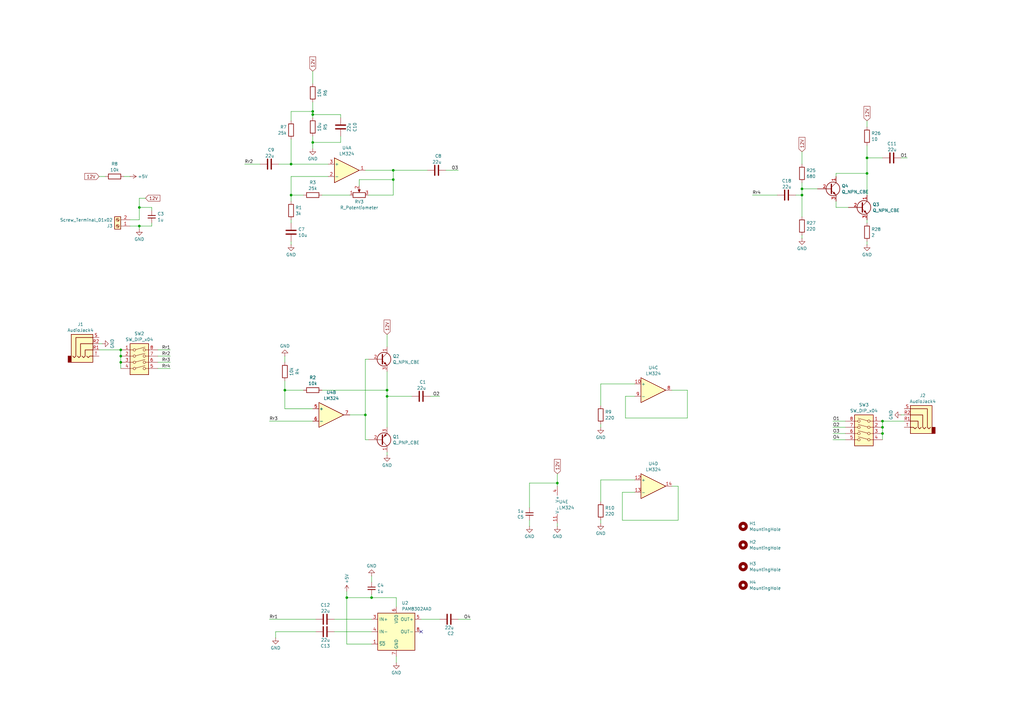
<source format=kicad_sch>
(kicad_sch (version 20231120) (generator "eeschema") (generator_version "8.0")
  (paper "A3")
  (lib_symbols
    (symbol "Amplifier_Audio:PAM8302AAD"
      (property "Reference" "U" (at 7.62 11.43 0))
      (property "Value" "PAM8302AAD" (at 7.62 8.89 0))
      (symbol "PAM8302AAD_0_1"
        (rectangle (start -7.62 7.62) (end 7.62 -7.62) (stroke (width 0.254)) (fill (type background)))
      )
      (symbol "PAM8302AAD_1_1"
        (pin input line (at -10.16 -5.08 0) (length 2.54) (name "~{SD}") (number "1"))
        (pin no_connect line (at 7.62 -5.08 180) (length 2.54) hide (name "NC") (number "2"))
        (pin input line (at -10.16 5.08 0) (length 2.54) (name "IN+") (number "3"))
        (pin input line (at -10.16 0 0) (length 2.54) (name "IN-") (number "4"))
        (pin output line (at 10.16 5.08 180) (length 2.54) (name "OUT+") (number "5"))
        (pin power_in line (at 0 10.16 270) (length 2.54) (name "VDD") (number "6"))
        (pin power_in line (at 0 -10.16 90) (length 2.54) (name "GND") (number "7"))
        (pin output line (at 10.16 0 180) (length 2.54) (name "OUT-") (number "8"))
      )
    )
    (symbol "Amplifier_Operational:LM324" (pin_names (offset 0.127))
      (property "Reference" "U" (at 0 5.08 0))
      (property "Value" "LM324" (at 0 -5.08 0))
      (symbol "LM324_1_1"
        (polyline (pts (xy -5.08 5.08) (xy 5.08 0) (xy -5.08 -5.08) (xy -5.08 5.08)) (stroke (width 0.254)) (fill (type background)))
        (pin output line (at 7.62 0 180) (length 2.54) (name "~") (number "1"))
        (pin input line (at -7.62 -2.54 0) (length 2.54) (name "-") (number "2"))
        (pin input line (at -7.62 2.54 0) (length 2.54) (name "+") (number "3"))
      )
      (symbol "LM324_2_1"
        (polyline (pts (xy -5.08 5.08) (xy 5.08 0) (xy -5.08 -5.08) (xy -5.08 5.08)) (stroke (width 0.254)) (fill (type background)))
        (pin input line (at -7.62 2.54 0) (length 2.54) (name "+") (number "5"))
        (pin input line (at -7.62 -2.54 0) (length 2.54) (name "-") (number "6"))
        (pin output line (at 7.62 0 180) (length 2.54) (name "~") (number "7"))
      )
      (symbol "LM324_3_1"
        (polyline (pts (xy -5.08 5.08) (xy 5.08 0) (xy -5.08 -5.08) (xy -5.08 5.08)) (stroke (width 0.254)) (fill (type background)))
        (pin input line (at -7.62 2.54 0) (length 2.54) (name "+") (number "10"))
        (pin output line (at 7.62 0 180) (length 2.54) (name "~") (number "8"))
        (pin input line (at -7.62 -2.54 0) (length 2.54) (name "-") (number "9"))
      )
      (symbol "LM324_4_1"
        (polyline (pts (xy -5.08 5.08) (xy 5.08 0) (xy -5.08 -5.08) (xy -5.08 5.08)) (stroke (width 0.254)) (fill (type background)))
        (pin input line (at -7.62 2.54 0) (length 2.54) (name "+") (number "12"))
        (pin input line (at -7.62 -2.54 0) (length 2.54) (name "-") (number "13"))
        (pin output line (at 7.62 0 180) (length 2.54) (name "~") (number "14"))
      )
      (symbol "LM324_5_1"
        (pin power_in line (at -2.54 -7.62 90) (length 3.81) (name "V-") (number "11"))
        (pin power_in line (at -2.54 7.62 270) (length 3.81) (name "V+") (number "4"))
      )
    )
    (symbol "Connector:Screw_Terminal_01x02" (pin_names (offset 1.016) hide)
      (property "Reference" "J" (at 0 2.54 0))
      (property "Value" "Screw_Terminal_01x02" (at 0 -5.08 0))
      (symbol "Screw_Terminal_01x02_1_1"
        (rectangle (start -1.27 1.27) (end 1.27 -3.81) (stroke (width 0.254)) (fill (type background)))
        (circle (center 0 -2.54) (radius 0.635) (stroke (width 0.1524)))
        (polyline (pts (xy -0.5334 -2.2098) (xy 0.3302 -3.048)) (stroke (width 0.1524)))
        (polyline (pts (xy -0.5334 0.3302) (xy 0.3302 -0.508)) (stroke (width 0.1524)))
        (polyline (pts (xy -0.3556 -2.032) (xy 0.508 -2.8702)) (stroke (width 0.1524)))
        (polyline (pts (xy -0.3556 0.508) (xy 0.508 -0.3302)) (stroke (width 0.1524)))
        (circle (center 0 0) (radius 0.635) (stroke (width 0.1524)))
        (pin passive line (at -5.08 0 0) (length 3.81) (name "Pin_1") (number "1"))
        (pin passive line (at -5.08 -2.54 0) (length 3.81) (name "Pin_2") (number "2"))
      )
    )
    (symbol "Connector_Audio:AudioJack4"
      (property "Reference" "J" (at 0 8.89 0))
      (property "Value" "AudioJack4" (at 0 6.35 0))
      (symbol "AudioJack4_0_1"
        (rectangle (start -6.35 -5.08) (end -7.62 -7.62) (stroke (width 0.254)) (fill (type outline)))
        (polyline (pts (xy 0 -5.08) (xy 0.635 -5.715) (xy 1.27 -5.08) (xy 2.54 -5.08)) (stroke (width 0.254)))
        (polyline (pts (xy -5.715 -5.08) (xy -5.08 -5.715) (xy -4.445 -5.08) (xy -4.445 2.54) (xy 2.54 2.54)) (stroke (width 0.254)))
        (polyline (pts (xy -1.905 -5.08) (xy -1.27 -5.715) (xy -0.635 -5.08) (xy -0.635 -2.54) (xy 2.54 -2.54)) (stroke (width 0.254)))
        (polyline (pts (xy 2.54 0) (xy -2.54 0) (xy -2.54 -5.08) (xy -3.175 -5.715) (xy -3.81 -5.08)) (stroke (width 0.254)))
        (rectangle (start 2.54 3.81) (end -6.35 -7.62) (stroke (width 0.254)) (fill (type background)))
      )
      (symbol "AudioJack4_1_1"
        (pin passive line (at 5.08 -2.54 180) (length 2.54) (name "~") (number "R1"))
        (pin passive line (at 5.08 0 180) (length 2.54) (name "~") (number "R2"))
        (pin passive line (at 5.08 2.54 180) (length 2.54) (name "~") (number "S"))
        (pin passive line (at 5.08 -5.08 180) (length 2.54) (name "~") (number "T"))
      )
    )
    (symbol "Device:C" (pin_numbers hide) (pin_names (offset 0.254))
      (property "Reference" "C" (at 0.635 2.54 0))
      (property "Value" "C" (at 0.635 -2.54 0))
      (symbol "C_0_1"
        (polyline (pts (xy -2.032 -0.762) (xy 2.032 -0.762)) (stroke (width 0.508)))
        (polyline (pts (xy -2.032 0.762) (xy 2.032 0.762)) (stroke (width 0.508)))
      )
      (symbol "C_1_1"
        (pin passive line (at 0 3.81 270) (length 2.794) (name "~") (number "1"))
        (pin passive line (at 0 -3.81 90) (length 2.794) (name "~") (number "2"))
      )
    )
    (symbol "Device:C_Small" (pin_numbers hide) (pin_names (offset 0.254) hide)
      (property "Reference" "C" (at 0.254 1.778 0))
      (property "Value" "C_Small" (at 0.254 -2.032 0))
      (symbol "C_Small_0_1"
        (polyline (pts (xy -1.524 -0.508) (xy 1.524 -0.508)) (stroke (width 0.3302)))
        (polyline (pts (xy -1.524 0.508) (xy 1.524 0.508)) (stroke (width 0.3048)))
      )
      (symbol "C_Small_1_1"
        (pin passive line (at 0 2.54 270) (length 2.032) (name "~") (number "1"))
        (pin passive line (at 0 -2.54 90) (length 2.032) (name "~") (number "2"))
      )
    )
    (symbol "Device:Q_NPN_CBE" (pin_names (offset 0) hide)
      (property "Reference" "Q" (at 5.08 1.27 0))
      (property "Value" "Q_NPN_CBE" (at 5.08 -1.27 0))
      (symbol "Q_NPN_CBE_0_1"
        (polyline (pts (xy 0.635 0.635) (xy 2.54 2.54)))
        (polyline (pts (xy 0.635 -0.635) (xy 2.54 -2.54) (xy 2.54 -2.54)))
        (polyline (pts (xy 0.635 1.905) (xy 0.635 -1.905) (xy 0.635 -1.905)) (stroke (width 0.508)))
        (polyline (pts (xy 1.27 -1.778) (xy 1.778 -1.27) (xy 2.286 -2.286) (xy 1.27 -1.778) (xy 1.27 -1.778)) (fill (type outline)))
        (circle (center 1.27 0) (radius 2.8194) (stroke (width 0.254)))
      )
      (symbol "Q_NPN_CBE_1_1"
        (pin passive line (at 2.54 5.08 270) (length 2.54) (name "C") (number "1"))
        (pin input line (at -5.08 0 0) (length 5.715) (name "B") (number "2"))
        (pin passive line (at 2.54 -5.08 90) (length 2.54) (name "E") (number "3"))
      )
    )
    (symbol "Device:Q_PNP_CBE" (pin_names (offset 0) hide)
      (property "Reference" "Q" (at 5.08 1.27 0))
      (property "Value" "Q_PNP_CBE" (at 5.08 -1.27 0))
      (symbol "Q_PNP_CBE_0_1"
        (polyline (pts (xy 0.635 0.635) (xy 2.54 2.54)))
        (polyline (pts (xy 0.635 -0.635) (xy 2.54 -2.54) (xy 2.54 -2.54)))
        (polyline (pts (xy 0.635 1.905) (xy 0.635 -1.905) (xy 0.635 -1.905)) (stroke (width 0.508)))
        (polyline (pts (xy 2.286 -1.778) (xy 1.778 -2.286) (xy 1.27 -1.27) (xy 2.286 -1.778) (xy 2.286 -1.778)) (fill (type outline)))
        (circle (center 1.27 0) (radius 2.8194) (stroke (width 0.254)))
      )
      (symbol "Q_PNP_CBE_1_1"
        (pin passive line (at 2.54 5.08 270) (length 2.54) (name "C") (number "1"))
        (pin input line (at -5.08 0 0) (length 5.715) (name "B") (number "2"))
        (pin passive line (at 2.54 -5.08 90) (length 2.54) (name "E") (number "3"))
      )
    )
    (symbol "Device:R" (pin_numbers hide) (pin_names (offset 0))
      (property "Reference" "R" (at 2.032 0 90))
      (property "Value" "R" (at 0 0 90))
      (symbol "R_0_1"
        (rectangle (start -1.016 -2.54) (end 1.016 2.54) (stroke (width 0.254)))
      )
      (symbol "R_1_1"
        (pin passive line (at 0 3.81 270) (length 1.27) (name "~") (number "1"))
        (pin passive line (at 0 -3.81 90) (length 1.27) (name "~") (number "2"))
      )
    )
    (symbol "Device:R_Potentiometer" (pin_names (offset 1.016) hide)
      (property "Reference" "RV" (at -4.445 0 90))
      (property "Value" "R_Potentiometer" (at -2.54 0 90))
      (symbol "R_Potentiometer_0_1"
        (polyline (pts (xy 2.54 0) (xy 1.524 0)))
        (polyline (pts (xy 1.143 0) (xy 2.286 0.508) (xy 2.286 -0.508) (xy 1.143 0)) (fill (type outline)))
        (rectangle (start 1.016 2.54) (end -1.016 -2.54) (stroke (width 0.254)))
      )
      (symbol "R_Potentiometer_1_1"
        (pin passive line (at 0 3.81 270) (length 1.27) (name "1") (number "1"))
        (pin passive line (at 3.81 0 180) (length 1.27) (name "2") (number "2"))
        (pin passive line (at 0 -3.81 90) (length 1.27) (name "3") (number "3"))
      )
    )
    (symbol "Mechanical:MountingHole" (pin_names (offset 1.016)) (exclude_from_sim yes) (in_bom no)
      (property "Reference" "H" (at 0 5.08 0))
      (property "Value" "MountingHole" (at 0 3.175 0))
      (symbol "MountingHole_0_1"
        (circle (center 0 0) (radius 1.27) (stroke (width 1.27)))
      )
    )
    (symbol "Switch:SW_DIP_x04" (pin_names (offset 0) hide)
      (property "Reference" "SW" (at 0 8.89 0))
      (property "Value" "SW_DIP_x04" (at 0 -6.35 0))
      (symbol "SW_DIP_x04_0_0"
        (circle (center -2.032 -2.54) (radius 0.508))
        (circle (center -2.032 0) (radius 0.508))
        (circle (center -2.032 2.54) (radius 0.508))
        (circle (center -2.032 5.08) (radius 0.508))
        (polyline (pts (xy -1.524 -2.3876) (xy 2.3622 -1.3462)))
        (polyline (pts (xy -1.524 0.127) (xy 2.3622 1.1684)))
        (polyline (pts (xy -1.524 2.667) (xy 2.3622 3.7084)))
        (polyline (pts (xy -1.524 5.207) (xy 2.3622 6.2484)))
        (circle (center 2.032 -2.54) (radius 0.508))
        (circle (center 2.032 0) (radius 0.508))
        (circle (center 2.032 2.54) (radius 0.508))
        (circle (center 2.032 5.08) (radius 0.508))
      )
      (symbol "SW_DIP_x04_0_1"
        (rectangle (start -3.81 7.62) (end 3.81 -5.08) (stroke (width 0.254)) (fill (type background)))
      )
      (symbol "SW_DIP_x04_1_1"
        (pin passive line (at -7.62 5.08 0) (length 5.08) (name "~") (number "1"))
        (pin passive line (at -7.62 2.54 0) (length 5.08) (name "~") (number "2"))
        (pin passive line (at -7.62 0 0) (length 5.08) (name "~") (number "3"))
        (pin passive line (at -7.62 -2.54 0) (length 5.08) (name "~") (number "4"))
        (pin passive line (at 7.62 -2.54 180) (length 5.08) (name "~") (number "5"))
        (pin passive line (at 7.62 0 180) (length 5.08) (name "~") (number "6"))
        (pin passive line (at 7.62 2.54 180) (length 5.08) (name "~") (number "7"))
        (pin passive line (at 7.62 5.08 180) (length 5.08) (name "~") (number "8"))
      )
    )
    (symbol "power:+5V" (power) (pin_numbers hide) (pin_names (offset 0) hide)
      (property "Value" "+5V" (at 0 3.556 0))
      (symbol "+5V_0_1"
        (polyline (pts (xy -0.762 1.27) (xy 0 2.54)))
        (polyline (pts (xy 0 0) (xy 0 2.54)))
        (polyline (pts (xy 0 2.54) (xy 0.762 1.27)))
      )
      (symbol "+5V_1_1"
        (pin power_in line (at 0 0 90) (length 0) (name "~") (number "1"))
      )
    )
    (symbol "power:GND" (power) (pin_numbers hide) (pin_names (offset 0) hide)
      (property "Value" "GND" (at 0 -3.81 0))
      (symbol "GND_0_1"
        (polyline (pts (xy 0 0) (xy 0 -1.27) (xy 1.27 -1.27) (xy 0 -2.54) (xy -1.27 -1.27) (xy 0 -1.27)))
      )
      (symbol "GND_1_1"
        (pin power_in line (at 0 0 270) (length 0) (name "~") (number "1"))
      )
    )
  )
  (junction (at 49.53 143.51))
  (junction (at 57.15 85.09))
  (junction (at 328.93 80.01))
  (junction (at 328.93 77.47))
  (junction (at 355.6 71.12))
  (junction (at 119.38 80.01))
  (junction (at 361.95 172.72))
  (junction (at 161.29 69.85))
  (junction (at 228.6 198.12))
  (junction (at 49.53 148.59))
  (junction (at 128.27 45.72))
  (junction (at 57.15 92.71))
  (junction (at 361.95 177.8))
  (junction (at 128.27 46.99))
  (junction (at 142.24 245.11))
  (junction (at 49.53 146.05))
  (junction (at 116.84 160.02))
  (junction (at 161.29 73.66))
  (junction (at 119.38 67.31))
  (junction (at 355.6 64.77))
  (junction (at 152.4 245.11))
  (junction (at 361.95 175.26))
  (junction (at 158.75 162.56))
  (junction (at 149.86 170.18))
  (junction (at 128.27 58.42))
  (junction (at 158.75 160.02))
  (no_connect (at 172.72 259.08))
  (wire (pts (xy 152.4 264.16) (xy 142.24 264.16)))
  (wire (pts (xy 342.9 85.09) (xy 347.98 85.09)))
  (wire (pts (xy 149.86 180.34) (xy 149.86 170.18)))
  (wire (pts (xy 361.95 172.72) (xy 370.84 172.72)))
  (wire (pts (xy 158.75 160.02) (xy 158.75 162.56)))
  (wire (pts (xy 116.84 167.64) (xy 116.84 160.02)))
  (wire (pts (xy 149.86 147.32) (xy 151.13 147.32)))
  (wire (pts (xy 59.69 81.28) (xy 57.15 81.28)))
  (wire (pts (xy 128.27 46.99) (xy 128.27 48.26)))
  (wire (pts (xy 180.34 162.56) (xy 176.53 162.56)))
  (wire (pts (xy 328.93 96.52) (xy 328.93 97.79)))
  (wire (pts (xy 278.13 199.39) (xy 275.59 199.39)))
  (wire (pts (xy 161.29 73.66) (xy 161.29 80.01)))
  (wire (pts (xy 246.38 157.48) (xy 246.38 166.37)))
  (wire (pts (xy 260.35 201.93) (xy 255.27 201.93)))
  (wire (pts (xy 256.54 171.45) (xy 281.94 171.45)))
  (wire (pts (xy 132.08 80.01) (xy 143.51 80.01)))
  (wire (pts (xy 113.03 259.08) (xy 129.54 259.08)))
  (wire (pts (xy 187.96 254) (xy 193.04 254)))
  (wire (pts (xy 187.96 69.85) (xy 182.88 69.85)))
  (wire (pts (xy 128.27 55.88) (xy 128.27 58.42)))
  (wire (pts (xy 53.34 72.39) (xy 50.8 72.39)))
  (wire (pts (xy 326.39 80.01) (xy 328.93 80.01)))
  (wire (pts (xy 100.33 67.31) (xy 106.68 67.31)))
  (wire (pts (xy 142.24 264.16) (xy 142.24 245.11)))
  (wire (pts (xy 40.64 140.97) (xy 41.91 140.97)))
  (wire (pts (xy 246.38 157.48) (xy 260.35 157.48)))
  (wire (pts (xy 110.49 254) (xy 129.54 254)))
  (wire (pts (xy 128.27 46.99) (xy 139.7 46.99)))
  (wire (pts (xy 128.27 58.42) (xy 139.7 58.42)))
  (wire (pts (xy 119.38 45.72) (xy 128.27 45.72)))
  (wire (pts (xy 246.38 196.85) (xy 246.38 205.74)))
  (wire (pts (xy 161.29 69.85) (xy 149.86 69.85)))
  (wire (pts (xy 119.38 67.31) (xy 119.38 57.15)))
  (wire (pts (xy 40.64 72.39) (xy 43.18 72.39)))
  (wire (pts (xy 142.24 242.57) (xy 142.24 245.11)))
  (wire (pts (xy 355.6 49.53) (xy 355.6 52.07)))
  (wire (pts (xy 57.15 92.71) (xy 53.34 92.71)))
  (wire (pts (xy 260.35 162.56) (xy 256.54 162.56)))
  (wire (pts (xy 342.9 82.55) (xy 342.9 85.09)))
  (wire (pts (xy 346.71 172.72) (xy 341.63 172.72)))
  (wire (pts (xy 328.93 74.93) (xy 328.93 77.47)))
  (wire (pts (xy 168.91 162.56) (xy 158.75 162.56)))
  (wire (pts (xy 246.38 196.85) (xy 260.35 196.85)))
  (wire (pts (xy 57.15 81.28) (xy 57.15 85.09)))
  (wire (pts (xy 228.6 194.31) (xy 228.6 198.12)))
  (wire (pts (xy 119.38 72.39) (xy 119.38 80.01)))
  (wire (pts (xy 355.6 99.06) (xy 355.6 100.33)))
  (wire (pts (xy 217.17 198.12) (xy 228.6 198.12)))
  (wire (pts (xy 119.38 80.01) (xy 119.38 82.55)))
  (wire (pts (xy 158.75 160.02) (xy 132.08 160.02)))
  (wire (pts (xy 346.71 180.34) (xy 341.63 180.34)))
  (wire (pts (xy 114.3 67.31) (xy 119.38 67.31)))
  (wire (pts (xy 139.7 46.99) (xy 139.7 48.26)))
  (wire (pts (xy 255.27 201.93) (xy 255.27 213.36)))
  (wire (pts (xy 119.38 80.01) (xy 124.46 80.01)))
  (wire (pts (xy 119.38 67.31) (xy 134.62 67.31)))
  (wire (pts (xy 137.16 259.08) (xy 152.4 259.08)))
  (wire (pts (xy 308.61 80.01) (xy 318.77 80.01)))
  (wire (pts (xy 57.15 90.17) (xy 53.34 90.17)))
  (wire (pts (xy 217.17 215.9) (xy 217.17 213.36)))
  (wire (pts (xy 152.4 245.11) (xy 162.56 245.11)))
  (wire (pts (xy 281.94 160.02) (xy 275.59 160.02)))
  (wire (pts (xy 57.15 92.71) (xy 57.15 93.98)))
  (wire (pts (xy 355.6 71.12) (xy 342.9 71.12)))
  (wire (pts (xy 346.71 177.8) (xy 341.63 177.8)))
  (wire (pts (xy 162.56 271.78) (xy 162.56 269.24)))
  (wire (pts (xy 149.86 180.34) (xy 151.13 180.34)))
  (wire (pts (xy 116.84 156.21) (xy 116.84 160.02)))
  (wire (pts (xy 161.29 69.85) (xy 161.29 73.66)))
  (wire (pts (xy 246.38 213.36) (xy 246.38 214.63)))
  (wire (pts (xy 256.54 162.56) (xy 256.54 171.45)))
  (wire (pts (xy 162.56 245.11) (xy 162.56 248.92)))
  (wire (pts (xy 116.84 160.02) (xy 124.46 160.02)))
  (wire (pts (xy 328.93 77.47) (xy 335.28 77.47)))
  (wire (pts (xy 116.84 148.59) (xy 116.84 146.05)))
  (wire (pts (xy 355.6 64.77) (xy 361.95 64.77)))
  (wire (pts (xy 62.23 85.09) (xy 57.15 85.09)))
  (wire (pts (xy 142.24 245.11) (xy 152.4 245.11)))
  (wire (pts (xy 361.95 172.72) (xy 361.95 175.26)))
  (wire (pts (xy 152.4 243.84) (xy 152.4 245.11)))
  (wire (pts (xy 49.53 143.51) (xy 40.64 143.51)))
  (wire (pts (xy 113.03 259.08) (xy 113.03 261.62)))
  (wire (pts (xy 246.38 173.99) (xy 246.38 175.26)))
  (wire (pts (xy 355.6 71.12) (xy 355.6 64.77)))
  (wire (pts (xy 281.94 171.45) (xy 281.94 160.02)))
  (wire (pts (xy 158.75 137.16) (xy 158.75 142.24)))
  (wire (pts (xy 128.27 41.91) (xy 128.27 45.72)))
  (wire (pts (xy 49.53 148.59) (xy 49.53 151.13)))
  (wire (pts (xy 57.15 85.09) (xy 57.15 90.17)))
  (wire (pts (xy 228.6 198.12) (xy 228.6 199.39)))
  (wire (pts (xy 128.27 45.72) (xy 128.27 46.99)))
  (wire (pts (xy 119.38 72.39) (xy 134.62 72.39)))
  (wire (pts (xy 143.51 170.18) (xy 149.86 170.18)))
  (wire (pts (xy 49.53 146.05) (xy 49.53 148.59)))
  (wire (pts (xy 172.72 254) (xy 180.34 254)))
  (wire (pts (xy 69.85 146.05) (xy 64.77 146.05)))
  (wire (pts (xy 62.23 92.71) (xy 62.23 91.44)))
  (wire (pts (xy 139.7 58.42) (xy 139.7 55.88)))
  (wire (pts (xy 361.95 175.26) (xy 361.95 177.8)))
  (wire (pts (xy 355.6 80.01) (xy 355.6 71.12)))
  (wire (pts (xy 151.13 80.01) (xy 161.29 80.01)))
  (wire (pts (xy 152.4 236.22) (xy 152.4 238.76)))
  (wire (pts (xy 128.27 167.64) (xy 116.84 167.64)))
  (wire (pts (xy 128.27 58.42) (xy 128.27 60.96)))
  (wire (pts (xy 128.27 29.21) (xy 128.27 34.29)))
  (wire (pts (xy 361.95 177.8) (xy 361.95 180.34)))
  (wire (pts (xy 149.86 170.18) (xy 149.86 147.32)))
  (wire (pts (xy 355.6 90.17) (xy 355.6 91.44)))
  (wire (pts (xy 119.38 99.06) (xy 119.38 100.33)))
  (wire (pts (xy 49.53 143.51) (xy 49.53 146.05)))
  (wire (pts (xy 161.29 69.85) (xy 175.26 69.85)))
  (wire (pts (xy 342.9 72.39) (xy 342.9 71.12)))
  (wire (pts (xy 370.84 170.18) (xy 369.57 170.18)))
  (wire (pts (xy 158.75 185.42) (xy 158.75 186.69)))
  (wire (pts (xy 372.11 64.77) (xy 369.57 64.77)))
  (wire (pts (xy 119.38 90.17) (xy 119.38 91.44)))
  (wire (pts (xy 110.49 172.72) (xy 128.27 172.72)))
  (wire (pts (xy 328.93 62.23) (xy 328.93 67.31)))
  (wire (pts (xy 69.85 151.13) (xy 64.77 151.13)))
  (wire (pts (xy 346.71 175.26) (xy 341.63 175.26)))
  (wire (pts (xy 355.6 59.69) (xy 355.6 64.77)))
  (wire (pts (xy 147.32 73.66) (xy 161.29 73.66)))
  (wire (pts (xy 278.13 213.36) (xy 278.13 199.39)))
  (wire (pts (xy 158.75 162.56) (xy 158.75 175.26)))
  (wire (pts (xy 69.85 143.51) (xy 64.77 143.51)))
  (wire (pts (xy 137.16 254) (xy 152.4 254)))
  (wire (pts (xy 228.6 214.63) (xy 228.6 215.9)))
  (wire (pts (xy 62.23 86.36) (xy 62.23 85.09)))
  (wire (pts (xy 119.38 49.53) (xy 119.38 45.72)))
  (wire (pts (xy 147.32 76.2) (xy 147.32 73.66)))
  (wire (pts (xy 158.75 152.4) (xy 158.75 160.02)))
  (wire (pts (xy 328.93 80.01) (xy 328.93 88.9)))
  (wire (pts (xy 328.93 77.47) (xy 328.93 80.01)))
  (wire (pts (xy 57.15 92.71) (xy 62.23 92.71)))
  (wire (pts (xy 69.85 148.59) (xy 64.77 148.59)))
  (wire (pts (xy 255.27 213.36) (xy 278.13 213.36)))
  (wire (pts (xy 217.17 208.28) (xy 217.17 198.12)))
  (label "O3" (at 187.96 69.85 180))
  (label "O2" (at 341.63 175.26 0))
  (label "Rr3" (at 110.49 172.72 0))
  (label "O1" (at 341.63 172.72 0))
  (label "Rr2" (at 100.33 67.31 0))
  (label "Rr4" (at 69.85 151.13 180))
  (label "O4" (at 193.04 254 180))
  (label "Rr1" (at 110.49 254 0))
  (label "Rr1" (at 69.85 143.51 180))
  (label "Rr2" (at 69.85 146.05 180))
  (label "O4" (at 341.63 180.34 0))
  (label "O3" (at 341.63 177.8 0))
  (label "O2" (at 180.34 162.56 180))
  (label "O1" (at 372.11 64.77 180))
  (label "Rr4" (at 308.61 80.01 0))
  (label "Rr3" (at 69.85 148.59 180))
  (global_label "12V" (shape input) (at 59.69 81.28 0) (property "Intersheetrefs" "${INTERSHEET_REFS}" (effects (hide yes))))
  (global_label "12V" (shape input) (at 328.93 62.23 90) (property "Intersheetrefs" "${INTERSHEET_REFS}" (effects (hide yes))))
  (global_label "12V" (shape input) (at 158.75 137.16 90) (property "Intersheetrefs" "${INTERSHEET_REFS}" (effects (hide yes))))
  (global_label "12V" (shape input) (at 355.6 49.53 90) (property "Intersheetrefs" "${INTERSHEET_REFS}" (effects (hide yes))))
  (global_label "12V" (shape input) (at 228.6 194.31 90) (property "Intersheetrefs" "${INTERSHEET_REFS}" (effects (hide yes))))
  (global_label "12V" (shape input) (at 128.27 29.21 90) (property "Intersheetrefs" "${INTERSHEET_REFS}" (effects (hide yes))))
  (global_label "12V" (shape input) (at 40.64 72.39 180) (property "Intersheetrefs" "${INTERSHEET_REFS}" (effects (hide yes))))
  (symbol (lib_id "power:GND") (at 246.38 214.63 0) (unit 1)
    (property "Reference" "#PWR016" (effects (hide yes)))
    (property "Value" "GND" (at 246.38 218.7631 0))
    (property "Description" "Power symbol creates a global label with name \"GND\" , ground" (effects (hide yes)))
  )
  (symbol (lib_id "power:GND") (at 152.4 236.22 180) (unit 1)
    (property "Reference" "#PWR09" (effects (hide yes)))
    (property "Value" "GND" (at 152.4 232.0869 0))
    (property "Description" "Power symbol creates a global label with name \"GND\" , ground" (effects (hide yes)))
  )
  (symbol (lib_id "power:+5V") (at 142.24 242.57 0) (unit 1)
    (property "Reference" "#PWR04" (effects (hide yes)))
    (property "Value" "+5V" (at 142.24 239.3951 90) (effects (justify left)))
    (property "Description" "Power symbol creates a global label with name \"+5V\"" (effects (hide yes)))
  )
  (symbol (lib_id "Device:C") (at 322.58 80.01 90) (unit 1)
    (property "Reference" "C18" (at 324.612 74.168 90) (effects (justify left)))
    (property "Value" "22u" (at 324.612 76.5923 90) (effects (justify left)))
    (property "Footprint" "Capacitor_THT:CP_Radial_D5.0mm_P2.50mm" (effects (hide yes)))
    (property "Description" "Unpolarized capacitor" (effects (hide yes)))
  )
  (symbol (lib_id "Device:C") (at 133.35 254 90) (unit 1)
    (property "Reference" "C12" (at 135.382 248.158 90) (effects (justify left)))
    (property "Value" "22u" (at 135.382 250.5823 90) (effects (justify left)))
    (property "Footprint" "Capacitor_THT:CP_Radial_D5.0mm_P2.50mm" (effects (hide yes)))
    (property "Description" "Unpolarized capacitor" (effects (hide yes)))
  )
  (symbol (lib_id "Device:R") (at 355.6 95.25 0) (unit 1)
    (property "Reference" "R28" (at 357.378 94.0378 0) (effects (justify left)))
    (property "Value" "2" (at 357.378 96.4621 0) (effects (justify left)))
    (property "Footprint" "Resistor_THT:R_Axial_DIN0204_L3.6mm_D1.6mm_P5.08mm_Horizontal" (effects (hide yes)))
    (property "Description" "Resistor" (effects (hide yes)))
  )
  (symbol (lib_id "Device:R_Potentiometer") (at 147.32 80.01 90) (unit 1)
    (property "Reference" "RV3" (at 147.32 82.7461 90))
    (property "Value" "R_Potentiometer" (at 147.32 85.1704 90))
    (property "Footprint" "Potentiometer_THT:Potentiometer_Bourns_3266Y_Vertical" (effects (hide yes)))
    (property "Description" "Potentiometer" (effects (hide yes)))
  )
  (symbol (lib_id "Switch:SW_DIP_x04") (at 57.15 148.59 0) (unit 1)
    (property "Reference" "SW2" (at 57.15 136.8255 0))
    (property "Value" "SW_DIP_x04" (at 57.15 139.2498 0))
    (property "Footprint" "Button_Switch_THT:SW_DIP_SPSTx04_Slide_9.78x12.34mm_W7.62mm_P2.54mm" (effects (hide yes)))
    (property "Description" "4x DIP Switch, Single Pole Single Throw (SPST) switch, small symbol" (effects (hide yes)))
  )
  (symbol (lib_id "Device:C") (at 365.76 64.77 90) (unit 1)
    (property "Reference" "C11" (at 367.792 58.928 90) (effects (justify left)))
    (property "Value" "22u" (at 367.792 61.3523 90) (effects (justify left)))
    (property "Footprint" "Capacitor_THT:CP_Radial_D5.0mm_P2.50mm" (effects (hide yes)))
    (property "Description" "Unpolarized capacitor" (effects (hide yes)))
  )
  (symbol (lib_id "Device:R") (at 328.93 71.12 180) (unit 1)
    (property "Reference" "R25" (at 330.708 69.9078 0) (effects (justify right)))
    (property "Value" "680" (at 330.708 72.3321 0) (effects (justify right)))
    (property "Footprint" "Resistor_THT:R_Axial_DIN0204_L3.6mm_D1.6mm_P5.08mm_Horizontal" (effects (hide yes)))
    (property "Description" "Resistor" (effects (hide yes)))
  )
  (symbol (lib_id "Connector_Audio:AudioJack4") (at 375.92 170.18 0) (mirror y) (unit 1)
    (property "Reference" "J2" (at 378.46 162.2255 0))
    (property "Value" "AudioJack4" (at 378.46 164.6498 0))
    (property "Footprint" "Connector_Audio:Jack_3.5mm_KoreanHropartsElec_PJ-320D-4A_Horizontal" (effects (hide yes)))
    (property "Description" "Audio Jack, 4 Poles (TRRS)" (effects (hide yes)))
  )
  (symbol (lib_id "Mechanical:MountingHole") (at 304.8 240.03 0) (unit 1) (exclude_from_sim yes) (in_bom no)
    (property "Reference" "H4" (at 307.34 238.8178 0) (effects (justify left)))
    (property "Value" "MountingHole" (at 307.34 241.2421 0) (effects (justify left)))
    (property "Footprint" "MountingHole:MountingHole_3.2mm_M3_DIN965" (effects (hide yes)))
    (property "Description" "Mounting Hole without connection" (effects (hide yes)))
  )
  (symbol (lib_id "Amplifier_Operational:LM324") (at 267.97 160.02 0) (unit 3)
    (property "Reference" "U4" (at 267.97 150.7955 0))
    (property "Value" "LM324" (at 267.97 153.2198 0))
    (property "Footprint" "Package_SO:SOIC-14_3.9x8.7mm_P1.27mm" (effects (hide yes)))
    (property "Datasheet" "http://www.ti.com/lit/ds/symlink/lm2902-n.pdf" (effects (hide yes)))
    (property "Description" "Low-Power, Quad-Operational Amplifiers, DIP-14/SOIC-14/SSOP-14" (effects (hide yes)))
  )
  (symbol (lib_id "Amplifier_Operational:LM324") (at 135.89 170.18 0) (unit 2)
    (property "Reference" "U4" (at 135.89 160.9555 0))
    (property "Value" "LM324" (at 135.89 163.3798 0))
    (property "Footprint" "Package_SO:SOIC-14_3.9x8.7mm_P1.27mm" (effects (hide yes)))
    (property "Datasheet" "http://www.ti.com/lit/ds/symlink/lm2902-n.pdf" (effects (hide yes)))
    (property "Description" "Low-Power, Quad-Operational Amplifiers, DIP-14/SOIC-14/SSOP-14" (effects (hide yes)))
  )
  (symbol (lib_id "Device:R") (at 128.27 52.07 0) (unit 1)
    (property "Reference" "R5" (at 133.4305 52.07 90))
    (property "Value" "10u" (at 131.0062 52.07 90))
    (property "Footprint" "Resistor_THT:R_Axial_DIN0204_L3.6mm_D1.6mm_P5.08mm_Horizontal" (effects (hide yes)))
    (property "Description" "Resistor" (effects (hide yes)))
  )
  (symbol (lib_id "Device:C") (at 139.7 52.07 0) (unit 1)
    (property "Reference" "C10" (at 145.542 54.102 90) (effects (justify left)))
    (property "Value" "22u" (at 143.1177 54.102 90) (effects (justify left)))
    (property "Footprint" "Capacitor_THT:CP_Radial_D5.0mm_P2.50mm" (effects (hide yes)))
    (property "Description" "Unpolarized capacitor" (effects (hide yes)))
  )
  (symbol (lib_id "Device:C") (at 133.35 259.08 90) (mirror x) (unit 1)
    (property "Reference" "C13" (at 135.382 264.922 90) (effects (justify left)))
    (property "Value" "22u" (at 135.382 262.4977 90) (effects (justify left)))
    (property "Footprint" "Capacitor_THT:CP_Radial_D5.0mm_P2.50mm" (effects (hide yes)))
    (property "Description" "Unpolarized capacitor" (effects (hide yes)))
  )
  (symbol (lib_id "Device:C") (at 119.38 95.25 0) (unit 1)
    (property "Reference" "C7" (at 122.301 94.0378 0) (effects (justify left)))
    (property "Value" "10u" (at 122.301 96.4621 0) (effects (justify left)))
    (property "Footprint" "Capacitor_THT:CP_Radial_D5.0mm_P2.50mm" (effects (hide yes)))
    (property "Description" "Unpolarized capacitor" (effects (hide yes)))
  )
  (symbol (lib_id "power:GND") (at 328.93 97.79 0) (unit 1)
    (property "Reference" "#PWR018" (effects (hide yes)))
    (property "Value" "GND" (at 328.93 101.9231 0))
    (property "Description" "Power symbol creates a global label with name \"GND\" , ground" (effects (hide yes)))
  )
  (symbol (lib_id "Device:R") (at 128.27 160.02 90) (unit 1)
    (property "Reference" "R2" (at 128.27 154.8595 90))
    (property "Value" "10k" (at 128.27 157.2838 90))
    (property "Footprint" "Resistor_THT:R_Axial_DIN0204_L3.6mm_D1.6mm_P5.08mm_Horizontal" (effects (hide yes)))
    (property "Description" "Resistor" (effects (hide yes)))
  )
  (symbol (lib_id "Mechanical:MountingHole") (at 304.8 223.52 0) (unit 1) (exclude_from_sim yes) (in_bom no)
    (property "Reference" "H2" (at 307.34 222.3078 0) (effects (justify left)))
    (property "Value" "MountingHole" (at 307.34 224.7321 0) (effects (justify left)))
    (property "Footprint" "MountingHole:MountingHole_3.2mm_M3_DIN965" (effects (hide yes)))
    (property "Description" "Mounting Hole without connection" (effects (hide yes)))
  )
  (symbol (lib_id "Amplifier_Operational:LM324") (at 231.14 207.01 0) (unit 5)
    (property "Reference" "U4" (at 229.235 205.7978 0) (effects (justify left)))
    (property "Value" "LM324" (at 229.235 208.2221 0) (effects (justify left)))
    (property "Footprint" "Package_SO:SOIC-14_3.9x8.7mm_P1.27mm" (effects (hide yes)))
    (property "Datasheet" "http://www.ti.com/lit/ds/symlink/lm2902-n.pdf" (effects (hide yes)))
    (property "Description" "Low-Power, Quad-Operational Amplifiers, DIP-14/SOIC-14/SSOP-14" (effects (hide yes)))
  )
  (symbol (lib_id "Device:R") (at 328.93 92.71 0) (unit 1)
    (property "Reference" "R27" (at 330.708 91.4978 0) (effects (justify left)))
    (property "Value" "220" (at 330.708 93.9221 0) (effects (justify left)))
    (property "Footprint" "Resistor_THT:R_Axial_DIN0204_L3.6mm_D1.6mm_P5.08mm_Horizontal" (effects (hide yes)))
    (property "Description" "Resistor" (effects (hide yes)))
  )
  (symbol (lib_id "Device:R") (at 355.6 55.88 0) (unit 1)
    (property "Reference" "R26" (at 357.378 54.6678 0) (effects (justify left)))
    (property "Value" "10" (at 357.378 57.0921 0) (effects (justify left)))
    (property "Footprint" "Resistor_THT:R_Axial_DIN0204_L3.6mm_D1.6mm_P5.08mm_Horizontal" (effects (hide yes)))
    (property "Description" "Resistor" (effects (hide yes)))
  )
  (symbol (lib_id "power:GND") (at 246.38 175.26 0) (unit 1)
    (property "Reference" "#PWR015" (effects (hide yes)))
    (property "Value" "GND" (at 246.38 179.3931 0))
    (property "Description" "Power symbol creates a global label with name \"GND\" , ground" (effects (hide yes)))
  )
  (symbol (lib_id "Device:C_Small") (at 62.23 88.9 0) (unit 1)
    (property "Reference" "C3" (at 64.5541 87.6941 0) (effects (justify left)))
    (property "Value" "1u" (at 64.5541 90.1184 0) (effects (justify left)))
    (property "Footprint" "Capacitor_THT:C_Disc_D7.5mm_W2.5mm_P5.00mm" (effects (hide yes)))
    (property "Description" "Unpolarized capacitor, small symbol" (effects (hide yes)))
  )
  (symbol (lib_id "Device:Q_PNP_CBE") (at 156.21 180.34 0) (mirror x) (unit 1)
    (property "Reference" "Q1" (at 161.0614 179.1278 0) (effects (justify left)))
    (property "Value" "Q_PNP_CBE" (at 161.0614 181.5521 0) (effects (justify left)))
    (property "Footprint" "Package_TO_SOT_THT:TO-92_Inline_Wide" (effects (hide yes)))
    (property "Description" "PNP transistor, collector/base/emitter" (effects (hide yes)))
  )
  (symbol (lib_id "Device:C_Small") (at 217.17 210.82 180) (unit 1)
    (property "Reference" "C5" (at 214.8459 212.0259 0) (effects (justify left)))
    (property "Value" "1u" (at 214.8459 209.6016 0) (effects (justify left)))
    (property "Footprint" "Capacitor_THT:C_Disc_D7.5mm_W2.5mm_P5.00mm" (effects (hide yes)))
    (property "Description" "Unpolarized capacitor, small symbol" (effects (hide yes)))
  )
  (symbol (lib_id "power:+5V") (at 53.34 72.39 270) (unit 1)
    (property "Reference" "#PWR05" (effects (hide yes)))
    (property "Value" "+5V" (at 56.5149 72.39 90) (effects (justify left)))
    (property "Description" "Power symbol creates a global label with name \"+5V\"" (effects (hide yes)))
  )
  (symbol (lib_id "power:GND") (at 113.03 261.62 0) (unit 1)
    (property "Reference" "#PWR013" (effects (hide yes)))
    (property "Value" "GND" (at 113.03 265.7531 0))
    (property "Description" "Power symbol creates a global label with name \"GND\" , ground" (effects (hide yes)))
  )
  (symbol (lib_id "power:GND") (at 128.27 60.96 0) (unit 1)
    (property "Reference" "#PWR014" (effects (hide yes)))
    (property "Value" "GND" (at 128.27 65.0931 0))
    (property "Description" "Power symbol creates a global label with name \"GND\" , ground" (effects (hide yes)))
  )
  (symbol (lib_id "Connector_Audio:AudioJack4") (at 35.56 140.97 0) (unit 1)
    (property "Reference" "J1" (at 33.02 133.0155 0))
    (property "Value" "AudioJack4" (at 33.02 135.4398 0))
    (property "Footprint" "Connector_Audio:Jack_3.5mm_KoreanHropartsElec_PJ-320D-4A_Horizontal" (effects (hide yes)))
    (property "Description" "Audio Jack, 4 Poles (TRRS)" (effects (hide yes)))
  )
  (symbol (lib_id "power:GND") (at 217.17 215.9 0) (unit 1)
    (property "Reference" "#PWR011" (effects (hide yes)))
    (property "Value" "GND" (at 217.17 220.0331 0))
    (property "Description" "Power symbol creates a global label with name \"GND\" , ground" (effects (hide yes)))
  )
  (symbol (lib_id "Device:C_Small") (at 152.4 241.3 0) (unit 1)
    (property "Reference" "C4" (at 154.7241 240.0941 0) (effects (justify left)))
    (property "Value" "1u" (at 154.7241 242.5184 0) (effects (justify left)))
    (property "Footprint" "Capacitor_THT:C_Disc_D7.5mm_W2.5mm_P5.00mm" (effects (hide yes)))
    (property "Description" "Unpolarized capacitor, small symbol" (effects (hide yes)))
  )
  (symbol (lib_id "Device:C") (at 172.72 162.56 90) (unit 1)
    (property "Reference" "C1" (at 174.752 156.718 90) (effects (justify left)))
    (property "Value" "22u" (at 174.752 159.1423 90) (effects (justify left)))
    (property "Footprint" "Capacitor_THT:CP_Radial_D5.0mm_P2.50mm" (effects (hide yes)))
    (property "Description" "Unpolarized capacitor" (effects (hide yes)))
  )
  (symbol (lib_id "power:GND") (at 162.56 271.78 0) (unit 1)
    (property "Reference" "#PWR012" (effects (hide yes)))
    (property "Value" "GND" (at 162.56 275.9131 0))
    (property "Description" "Power symbol creates a global label with name \"GND\" , ground" (effects (hide yes)))
  )
  (symbol (lib_id "Mechanical:MountingHole") (at 304.8 215.9 0) (unit 1) (exclude_from_sim yes) (in_bom no)
    (property "Reference" "H1" (at 307.34 214.6878 0) (effects (justify left)))
    (property "Value" "MountingHole" (at 307.34 217.1121 0) (effects (justify left)))
    (property "Footprint" "MountingHole:MountingHole_3.2mm_M3_DIN965" (effects (hide yes)))
    (property "Description" "Mounting Hole without connection" (effects (hide yes)))
  )
  (symbol (lib_id "Device:Q_NPN_CBE") (at 353.06 85.09 0) (unit 1)
    (property "Reference" "Q3" (at 357.9114 83.8778 0) (effects (justify left)))
    (property "Value" "Q_NPN_CBE" (at 357.9114 86.3021 0) (effects (justify left)))
    (property "Footprint" "Package_TO_SOT_THT:TO-92_Inline_Wide" (effects (hide yes)))
    (property "Description" "NPN transistor, collector/base/emitter" (effects (hide yes)))
  )
  (symbol (lib_id "Device:R") (at 119.38 53.34 0) (mirror x) (unit 1)
    (property "Reference" "R7" (at 117.602 52.1278 0) (effects (justify right)))
    (property "Value" "25k" (at 117.602 54.5521 0) (effects (justify right)))
    (property "Footprint" "Resistor_THT:R_Axial_DIN0204_L3.6mm_D1.6mm_P5.08mm_Horizontal" (effects (hide yes)))
    (property "Description" "Resistor" (effects (hide yes)))
  )
  (symbol (lib_id "Device:R") (at 119.38 86.36 0) (unit 1)
    (property "Reference" "R1" (at 121.158 85.1478 0) (effects (justify left)))
    (property "Value" "3k" (at 121.158 87.5721 0) (effects (justify left)))
    (property "Footprint" "Resistor_THT:R_Axial_DIN0204_L3.6mm_D1.6mm_P5.08mm_Horizontal" (effects (hide yes)))
    (property "Description" "Resistor" (effects (hide yes)))
  )
  (symbol (lib_id "power:GND") (at 41.91 140.97 90) (unit 1)
    (property "Reference" "#PWR03" (effects (hide yes)))
    (property "Value" "GND" (at 46.0431 140.97 0))
    (property "Description" "Power symbol creates a global label with name \"GND\" , ground" (effects (hide yes)))
  )
  (symbol (lib_id "Switch:SW_DIP_x04") (at 354.33 177.8 0) (mirror y) (unit 1)
    (property "Reference" "SW3" (at 354.33 166.0355 0))
    (property "Value" "SW_DIP_x04" (at 354.33 168.4598 0))
    (property "Footprint" "Button_Switch_THT:SW_DIP_SPSTx04_Slide_9.78x12.34mm_W7.62mm_P2.54mm" (effects (hide yes)))
    (property "Description" "4x DIP Switch, Single Pole Single Throw (SPST) switch, small symbol" (effects (hide yes)))
  )
  (symbol (lib_id "Mechanical:MountingHole") (at 304.8 232.41 0) (unit 1) (exclude_from_sim yes) (in_bom no)
    (property "Reference" "H3" (at 307.34 231.1978 0) (effects (justify left)))
    (property "Value" "MountingHole" (at 307.34 233.6221 0) (effects (justify left)))
    (property "Footprint" "MountingHole:MountingHole_3.2mm_M3_DIN965" (effects (hide yes)))
    (property "Description" "Mounting Hole without connection" (effects (hide yes)))
  )
  (symbol (lib_id "Device:C") (at 184.15 254 90) (mirror x) (unit 1)
    (property "Reference" "C2" (at 186.182 259.842 90) (effects (justify left)))
    (property "Value" "22u" (at 186.182 257.4177 90) (effects (justify left)))
    (property "Footprint" "Capacitor_THT:CP_Radial_D5.0mm_P2.50mm" (effects (hide yes)))
    (property "Description" "Unpolarized capacitor" (effects (hide yes)))
  )
  (symbol (lib_id "Device:R") (at 246.38 170.18 0) (unit 1)
    (property "Reference" "R9" (at 248.158 168.9678 0) (effects (justify left)))
    (property "Value" "220" (at 248.158 171.3921 0) (effects (justify left)))
    (property "Footprint" "Resistor_THT:R_Axial_DIN0204_L3.6mm_D1.6mm_P5.08mm_Horizontal" (effects (hide yes)))
    (property "Description" "Resistor" (effects (hide yes)))
  )
  (symbol (lib_id "power:GND") (at 158.75 186.69 0) (unit 1)
    (property "Reference" "#PWR01" (effects (hide yes)))
    (property "Value" "GND" (at 158.75 190.8231 0))
    (property "Description" "Power symbol creates a global label with name \"GND\" , ground" (effects (hide yes)))
  )
  (symbol (lib_id "Amplifier_Operational:LM324") (at 142.24 69.85 0) (unit 1)
    (property "Reference" "U4" (at 142.24 60.6255 0))
    (property "Value" "LM324" (at 142.24 63.0498 0))
    (property "Footprint" "Package_SO:SOIC-14_3.9x8.7mm_P1.27mm" (effects (hide yes)))
    (property "Datasheet" "http://www.ti.com/lit/ds/symlink/lm2902-n.pdf" (effects (hide yes)))
    (property "Description" "Low-Power, Quad-Operational Amplifiers, DIP-14/SOIC-14/SSOP-14" (effects (hide yes)))
  )
  (symbol (lib_id "Device:R") (at 128.27 80.01 90) (unit 1)
    (property "Reference" "R3" (at 128.27 74.8495 90))
    (property "Value" "25k" (at 128.27 77.2738 90))
    (property "Footprint" "Resistor_THT:R_Axial_DIN0204_L3.6mm_D1.6mm_P5.08mm_Horizontal" (effects (hide yes)))
    (property "Description" "Resistor" (effects (hide yes)))
  )
  (symbol (lib_id "Device:R") (at 46.99 72.39 90) (unit 1)
    (property "Reference" "R8" (at 46.99 67.2295 90))
    (property "Value" "10k" (at 46.99 69.6538 90))
    (property "Footprint" "Resistor_THT:R_Axial_DIN0204_L3.6mm_D1.6mm_P5.08mm_Horizontal" (effects (hide yes)))
    (property "Description" "Resistor" (effects (hide yes)))
  )
  (symbol (lib_id "power:GND") (at 369.57 170.18 270) (mirror x) (unit 1)
    (property "Reference" "#PWR06" (effects (hide yes)))
    (property "Value" "GND" (at 365.4369 170.18 0))
    (property "Description" "Power symbol creates a global label with name \"GND\" , ground" (effects (hide yes)))
  )
  (symbol (lib_id "Amplifier_Operational:LM324") (at 267.97 199.39 0) (unit 4)
    (property "Reference" "U4" (at 267.97 190.1655 0))
    (property "Value" "LM324" (at 267.97 192.5898 0))
    (property "Footprint" "Package_SO:SOIC-14_3.9x8.7mm_P1.27mm" (effects (hide yes)))
    (property "Datasheet" "http://www.ti.com/lit/ds/symlink/lm2902-n.pdf" (effects (hide yes)))
    (property "Description" "Low-Power, Quad-Operational Amplifiers, DIP-14/SOIC-14/SSOP-14" (effects (hide yes)))
  )
  (symbol (lib_id "Device:R") (at 116.84 152.4 0) (unit 1)
    (property "Reference" "R4" (at 122.0005 152.4 90))
    (property "Value" "10k" (at 119.5762 152.4 90))
    (property "Footprint" "Resistor_THT:R_Axial_DIN0204_L3.6mm_D1.6mm_P5.08mm_Horizontal" (effects (hide yes)))
    (property "Description" "Resistor" (effects (hide yes)))
  )
  (symbol (lib_id "Device:C") (at 110.49 67.31 90) (unit 1)
    (property "Reference" "C9" (at 112.522 61.468 90) (effects (justify left)))
    (property "Value" "22u" (at 112.522 63.8923 90) (effects (justify left)))
    (property "Footprint" "Capacitor_THT:CP_Radial_D5.0mm_P2.50mm" (effects (hide yes)))
    (property "Description" "Unpolarized capacitor" (effects (hide yes)))
  )
  (symbol (lib_id "Device:Q_NPN_CBE") (at 156.21 147.32 0) (unit 1)
    (property "Reference" "Q2" (at 161.0614 146.1078 0) (effects (justify left)))
    (property "Value" "Q_NPN_CBE" (at 161.0614 148.5321 0) (effects (justify left)))
    (property "Footprint" "Package_TO_SOT_THT:TO-92_Inline_Wide" (effects (hide yes)))
    (property "Description" "NPN transistor, collector/base/emitter" (effects (hide yes)))
  )
  (symbol (lib_id "power:GND") (at 57.15 93.98 0) (unit 1)
    (property "Reference" "#PWR08" (effects (hide yes)))
    (property "Value" "GND" (at 57.15 98.1131 0))
    (property "Description" "Power symbol creates a global label with name \"GND\" , ground" (effects (hide yes)))
  )
  (symbol (lib_id "Amplifier_Audio:PAM8302AAD") (at 162.56 259.08 0) (unit 1)
    (property "Reference" "U2" (at 164.7541 247.3155 0) (effects (justify left)))
    (property "Value" "PAM8302AAD" (at 164.7541 249.7398 0) (effects (justify left)))
    (property "Footprint" "Package_SO:SOIC-8_3.9x4.9mm_P1.27mm" (effects (hide yes)))
    (property "Datasheet" "https://www.diodes.com/assets/Datasheets/PAM8302A.pdf" (effects (hide yes)))
    (property "Description" "2.5W Filterless Class-D Mono Audio Amplifier, SOIC-8" (effects (hide yes)))
  )
  (symbol (lib_id "power:GND") (at 116.84 146.05 180) (unit 1)
    (property "Reference" "#PWR02" (effects (hide yes)))
    (property "Value" "GND" (at 116.84 141.9169 0))
    (property "Description" "Power symbol creates a global label with name \"GND\" , ground" (effects (hide yes)))
  )
  (symbol (lib_id "Device:C") (at 179.07 69.85 90) (unit 1)
    (property "Reference" "C8" (at 181.102 64.008 90) (effects (justify left)))
    (property "Value" "22u" (at 181.102 66.4323 90) (effects (justify left)))
    (property "Footprint" "Capacitor_THT:CP_Radial_D5.0mm_P2.50mm" (effects (hide yes)))
    (property "Description" "Unpolarized capacitor" (effects (hide yes)))
  )
  (symbol (lib_id "Device:Q_NPN_CBE") (at 340.36 77.47 0) (unit 1)
    (property "Reference" "Q4" (at 345.2114 76.2578 0) (effects (justify left)))
    (property "Value" "Q_NPN_CBE" (at 345.2114 78.6821 0) (effects (justify left)))
    (property "Footprint" "Package_TO_SOT_THT:TO-92_Inline_Wide" (effects (hide yes)))
    (property "Description" "NPN transistor, collector/base/emitter" (effects (hide yes)))
  )
  (symbol (lib_id "power:GND") (at 228.6 215.9 0) (unit 1)
    (property "Reference" "#PWR07" (effects (hide yes)))
    (property "Value" "GND" (at 228.6 220.0331 0))
    (property "Description" "Power symbol creates a global label with name \"GND\" , ground" (effects (hide yes)))
  )
  (symbol (lib_id "Device:R") (at 128.27 38.1 0) (unit 1)
    (property "Reference" "R6" (at 133.4305 38.1 90))
    (property "Value" "10k" (at 131.0062 38.1 90))
    (property "Footprint" "Resistor_THT:R_Axial_DIN0204_L3.6mm_D1.6mm_P5.08mm_Horizontal" (effects (hide yes)))
    (property "Description" "Resistor" (effects (hide yes)))
  )
  (symbol (lib_id "Device:R") (at 246.38 209.55 0) (unit 1)
    (property "Reference" "R10" (at 248.158 208.3378 0) (effects (justify left)))
    (property "Value" "220" (at 248.158 210.7621 0) (effects (justify left)))
    (property "Footprint" "Resistor_THT:R_Axial_DIN0204_L3.6mm_D1.6mm_P5.08mm_Horizontal" (effects (hide yes)))
    (property "Description" "Resistor" (effects (hide yes)))
  )
  (symbol (lib_id "power:GND") (at 119.38 100.33 0) (unit 1)
    (property "Reference" "#PWR010" (effects (hide yes)))
    (property "Value" "GND" (at 119.38 104.4631 0))
    (property "Description" "Power symbol creates a global label with name \"GND\" , ground" (effects (hide yes)))
  )
  (symbol (lib_id "Connector:Screw_Terminal_01x02") (at 48.26 92.71 180) (unit 1)
    (property "Reference" "J3" (at 46.228 92.6522 0) (effects (justify left)))
    (property "Value" "Screw_Terminal_01x02" (at 46.228 90.2279 0) (effects (justify left)))
    (property "Footprint" "Connector_Phoenix_MC_HighVoltage:PhoenixContact_MC_1,5_2-G-5.08_1x02_P5.08mm_Horizontal" (effects (hide yes)))
    (property "Description" "Generic screw terminal, single row, 01x02, script generated (kicad-library-utils/schlib/autogen/connector/)" (effects (hide yes)))
  )
  (symbol (lib_id "power:GND") (at 355.6 100.33 0) (unit 1)
    (property "Reference" "#PWR019" (effects (hide yes)))
    (property "Value" "GND" (at 355.6 104.4631 0))
    (property "Description" "Power symbol creates a global label with name \"GND\" , ground" (effects (hide yes)))
  )
)
</source>
